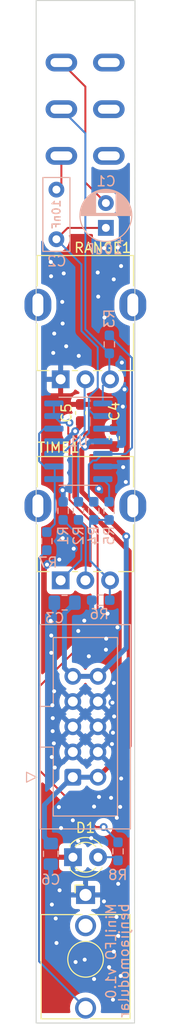
<source format=kicad_pcb>
(kicad_pcb (version 20211014) (generator pcbnew)
  (layers (0 "F.Cu" signal) (31 "B.Cu" signal) (34 "B.Paste" user) (35 "F.Paste" user) (36 "B.SilkS" user "B.Silkscreen") (37 "F.SilkS" user "F.Silkscreen") (38 "B.Mask" user) (39 "F.Mask" user) (44 "Edge.Cuts" user))
  (net 0 "")
  (net 1 "TRI")
  (net 2 "+12V")
  (net 3 "-12V")
  (net 4 "GND")
  (net 5 "Net-(D1-Pad2)")
  (net 6 "Net-(R7-Pad1)")
  (net 8 "Net-(C1-Pad1)")
  (net 9 "Net-(C1-Pad2)")
  (net 10 "Net-(C2-Pad2)")
  (net 11 "Net-(R1-Pad1)")
  (net 12 "Net-(R2-Pad1)")
  (net 13 "Net-(R3-Pad2)")
  (net 14 "Net-(R4-Pad2)")
  (net 15 "SQR")
  (net 16 "Net-(R7-Pad2)")
  (net 17 "Net-(R8-Pad2)")
  (net 18 "Net-(RANGE1-Pad2)")
  (footprint "benjiaomodular:Potentiometer_RV09" (layer "F.Cu") (at 162.7 118.5 90)
    (fp_text reference "TIME1" (at 13.375 -0.203 180) (layer "F.SilkS"))
    (fp_text value "B100k")
    (fp_line (start 9.41 7.37) (end 12.47 7.37) (layer "F.SilkS") (width 0.12))
    (fp_line (start 0.88 7.37) (end 0.88 5.88) (layer "F.SilkS") (width 0.12))
    (fp_line (start 0.88 -1.19) (end 0.88 -2.37) (layer "F.SilkS") (width 0.12))
    (fp_line (start 0.88 -2.38) (end 5.6 -2.38) (layer "F.SilkS") (width 0.12))
    (fp_line (start 9.41 -2.37) (end 12.47 -2.37) (layer "F.SilkS") (width 0.12))
    (fp_line (start 12.47 7.37) (end 12.47 -2.37) (layer "F.SilkS") (width 0.12))
    (fp_line (start 0.88 1.71) (end 0.88 1.18) (layer "F.SilkS") (width 0.12))
    (fp_line (start 0.88 4.16) (end 0.88 3.33) (layer "F.SilkS") (width 0.12))
    (fp_line (start 0.88 7.37) (end 5.6 7.37) (layer "F.SilkS") (width 0.12))
    (pad "" thru_hole oval locked (at 7.5 -2.3 180) (size 2.72 3.24) (drill oval 1.1 2.3) (layers *.Cu *.Mask))
    (pad "" thru_hole oval locked (at 7.5 7.3 180) (size 2.72 3.24) (drill oval 1.1 2.3) (layers *.Cu *.Mask))
    (pad "1" thru_hole rect locked (at 0 0 180) (size 1.8 1.8) (drill 1) (layers *.Cu *.Mask) (net 11 "Net-(R1-Pad1)"))
    (pad "2" thru_hole circle locked (at 0 2.5 180) (size 1.8 1.8) (drill 1) (layers *.Cu *.Mask) (net 12 "Net-(R2-Pad1)"))
    (pad "3" thru_hole circle locked (at 0 5 180) (size 1.8 1.8) (drill 1) (layers *.Cu *.Mask) (net 14 "Net-(R4-Pad2)"))
  )
  (footprint "benjiaomodular:Potentiometer_RV09" (layer "F.Cu") (at 162.7 98.25 90)
    (fp_text reference "RANGE1" (at 13.25 4.257 180) (layer "F.SilkS"))
    (fp_text value "B100k")
    (fp_line (start 9.41 7.37) (end 12.47 7.37) (layer "F.SilkS") (width 0.12))
    (fp_line (start 12.47 7.37) (end 12.47 -2.37) (layer "F.SilkS") (width 0.12))
    (fp_line (start 0.88 7.37) (end 5.6 7.37) (layer "F.SilkS") (width 0.12))
    (fp_line (start 0.88 -1.19) (end 0.88 -2.37) (layer "F.SilkS") (width 0.12))
    (fp_line (start 0.88 -2.38) (end 5.6 -2.38) (layer "F.SilkS") (width 0.12))
    (fp_line (start 0.88 4.16) (end 0.88 3.33) (layer "F.SilkS") (width 0.12))
    (fp_line (start 9.41 -2.37) (end 12.47 -2.37) (layer "F.SilkS") (width 0.12))
    (fp_line (start 0.88 7.37) (end 0.88 5.88) (layer "F.SilkS") (width 0.12))
    (fp_line (start 0.88 1.71) (end 0.88 1.18) (layer "F.SilkS") (width 0.12))
    (pad "" thru_hole oval locked (at 7.5 -2.3 180) (size 2.72 3.24) (drill oval 1.1 2.3) (layers *.Cu *.Mask))
    (pad "" thru_hole oval locked (at 7.5 7.3 180) (size 2.72 3.24) (drill oval 1.1 2.3) (layers *.Cu *.Mask))
    (pad "1" thru_hole rect locked (at 0 0 180) (size 1.8 1.8) (drill 1) (layers *.Cu *.Mask) (net 4 "GND"))
    (pad "2" thru_hole circle locked (at 0 2.5 180) (size 1.8 1.8) (drill 1) (layers *.Cu *.Mask) (net 18 "Net-(RANGE1-Pad2)"))
    (pad "3" thru_hole circle locked (at 0 5 180) (size 1.8 1.8) (drill 1) (layers *.Cu *.Mask) (net 1 "TRI"))
  )
  (footprint "benjiaomodular:AudioJack_3.5mm" (layer "F.Cu") (at 165.22 150.19)
    (fp_text reference "TRI_OUT1" hide)
    (fp_text value "AudioJack2_SwitchT" hide)
    (fp_line (start -0.35 1.98) (end -4.5 1.98) (layer "F.SilkS") (width 0.12))
    (fp_line (start 4.5 12.48) (end 0.5 12.48) (layer "F.SilkS") (width 0.12))
    (fp_line (start -1.06 -1) (end -1.06 -0.2) (layer "F.SilkS") (width 0.12))
    (fp_line (start -4.5 1.98) (end -4.5 12.48) (layer "F.SilkS") (width 0.12))
    (fp_line (start 4.5 1.98) (end 4.5 12.48) (layer "F.SilkS") (width 0.12))
    (fp_line (start 4.5 1.98) (end 0.35 1.98) (layer "F.SilkS") (width 0.12))
    (fp_line (start -1.06 -1) (end -0.2 -1) (layer "F.SilkS") (width 0.12))
    (fp_line (start -0.5 12.48) (end -4.5 12.48) (layer "F.SilkS") (width 0.12))
    (fp_circle (center 0 6.48) (end 1.8 6.48) (layer "F.SilkS") (width 0.12) (fill none))
    (pad "S" thru_hole rect locked (at 0 0 180) (size 1.93 1.83) (drill 1.22) (layers *.Cu *.Mask) (net 4 "GND"))
    (pad "T" thru_hole circle locked (at 0 11.4 180) (size 2.13 2.13) (drill 1.43) (layers *.Cu *.Mask) (net 6 "Net-(R7-Pad1)"))
    (pad "TN" thru_hole circle locked (at 0 3.1 180) (size 2.13 2.13) (drill 1.42) (layers *.Cu *.Mask))
  )
  (footprint "benjiaomodular:ToggleSwitch_MTS-202_DPDT" (layer "F.Cu") (at 165.173 71.04)
    (fp_text reference "RANGE_SW1" hide)
    (fp_text value "SW_DPDT_x2" hide)
    (pad "1" thru_hole oval (at -2.4 -4.7) (size 3.2 1.8) (drill oval 2.2 0.9) (layers *.Cu *.Mask) (net 9 "Net-(C1-Pad2)"))
    (pad "2" thru_hole oval (at -2.4 0) (size 3.2 1.8) (drill oval 2.2 0.9) (layers *.Cu *.Mask) (net 1 "TRI"))
    (pad "3" thru_hole oval (at -2.4 4.7) (size 3.2 1.8) (drill oval 2.2 0.9) (layers *.Cu *.Mask) (net 10 "Net-(C2-Pad2)"))
    (pad "4" thru_hole oval (at 2.4 -4.7) (size 3.2 1.8) (drill oval 2.2 0.9) (layers *.Cu *.Mask))
    (pad "5" thru_hole oval (at 2.4 0) (size 3.2 1.8) (drill oval 2.2 0.9) (layers *.Cu *.Mask))
    (pad "6" thru_hole oval (at 2.4 4.7) (size 3.2 1.8) (drill oval 2.2 0.9) (layers *.Cu *.Mask))
  )
  (footprint "Capacitor_SMD:C_0603_1608Metric_Pad1.08x0.95mm_HandSolder" (layer "F.Cu") (at 164.72 101.64 90)
    (fp_text reference "C5" (at 0 -1.43 90) (layer "F.SilkS"))
    (fp_text value "100nF")
    (fp_line (start -0.146267 -0.51) (end 0.146267 -0.51) (layer "F.SilkS") (width 0.12))
    (fp_line (start -0.146267 0.51) (end 0.146267 0.51) (layer "F.SilkS") (width 0.12))
    (pad "1" smd roundrect (at -0.8625 0 90) (size 1.075 0.95) (layers "F.Cu" "F.Paste" "F.Mask") (net 3 "-12V"))
    (pad "2" smd roundrect (at 0.8625 0 90) (size 1.075 0.95) (layers "F.Cu" "F.Paste" "F.Mask") (net 4 "GND"))
  )
  (footprint "Capacitor_SMD:C_0603_1608Metric_Pad1.08x0.95mm_HandSolder" (layer "F.Cu") (at 168.13 104.16 -90)
    (fp_text reference "C4" (at -2.68 0 90) (layer "F.SilkS"))
    (fp_text value "100nF")
    (fp_line (start -0.146267 0.51) (end 0.146267 0.51) (layer "F.SilkS") (width 0.12))
    (fp_line (start -0.146267 -0.51) (end 0.146267 -0.51) (layer "F.SilkS") (width 0.12))
    (pad "1" smd roundrect (at -0.8625 0 270) (size 1.075 0.95) (layers "F.Cu" "F.Paste" "F.Mask") (net 4 "GND"))
    (pad "2" smd roundrect (at 0.8625 0 270) (size 1.075 0.95) (layers "F.Cu" "F.Paste" "F.Mask") (net 2 "+12V"))
  )
  (footprint "LED_THT:LED_D3.0mm" (layer "F.Cu") (at 163.943 146.39)
    (fp_text reference "D1" (at 1.27 -2.96) (layer "F.SilkS"))
    (fp_text value "LED_Dual_Bidirectional")
    (fp_line (start -0.29 -1.236) (end -0.29 -1.08) (layer "F.SilkS") (width 0.12))
    (fp_line (start -0.29 1.08) (end -0.29 1.236) (layer "F.SilkS") (width 0.12))
    (fp_arc (start 2.31113 1.079837) (mid 1.270117 1.5) (end 0.229039 1.08) (layer "F.SilkS") (width 0.12))
    (fp_arc (start 0.229039 -1.08) (mid 1.270117 -1.5) (end 2.31113 -1.079837) (layer "F.SilkS") (width 0.12))
    (fp_arc (start 2.942335 1.078608) (mid 1.366487 1.987659) (end -0.29 1.235516) (layer "F.SilkS") (width 0.12))
    (fp_arc (start -0.29 -1.235516) (mid 1.366487 -1.987659) (end 2.942335 -1.078608) (layer "F.SilkS") (width 0.12))
    (pad "1" thru_hole rect (at 0 0) (size 1.8 1.8) (drill 0.9) (layers *.Cu *.Mask) (net 4 "GND"))
    (pad "2" thru_hole circle (at 2.54 0) (size 1.8 1.8) (drill 0.9) (layers *.Cu *.Mask) (net 5 "Net-(D1-Pad2)"))
  )
  (footprint "Capacitor_SMD:C_0805_2012Metric_Pad1.18x1.45mm_HandSolder" (layer "B.Cu") (at 163.1 120.75 180)
    (fp_text reference "C3" (at 1 -1.55) (layer "B.SilkS") (effects (justify mirror)))
    (fp_text value "22uF")
    (fp_line (start -0.261252 -0.735) (end 0.261252 -0.735) (layer "B.SilkS") (width 0.12))
    (fp_line (start -0.261252 0.735) (end 0.261252 0.735) (layer "B.SilkS") (width 0.12))
    (pad "1" smd roundrect (at -1.0375 0 180) (size 1.175 1.45) (layers "B.Cu" "B.Paste" "B.Mask") (roundrect_rratio 0.2127659574) (net 2 "+12V"))
    (pad "2" smd roundrect (at 1.0375 0 180) (size 1.175 1.45) (layers "B.Cu" "B.Paste" "B.Mask") (roundrect_rratio 0.2127659574) (net 4 "GND"))
  )
  (footprint "benjiaomodular:Capacitor_Radial_D5.0mm_P2.5mm" (layer "B.Cu") (at 167.273 82.993113 90)
    (fp_text reference "C1" (at 4.693113 0.027 180) (layer "B.SilkS") (effects (justify mirror)))
    (fp_text value "10uF" (at -2.140887 -0.141 180) (layer "B.SilkS") (effects (justify mirror)))
    (fp_line (start 3.011 -1.04) (end 3.011 -1.901) (layer "B.SilkS") (width 0.12))
    (fp_line (start 1.69 2.543) (end 1.69 1.04) (layer "B.SilkS") (width 0.12))
    (fp_line (start 2.651 -1.04) (end 2.651 -2.175) (layer "B.SilkS") (width 0.12))
    (fp_line (start 2.891 2.004) (end 2.891 1.04) (layer "B.SilkS") (width 0.12))
    (fp_line (start 2.091 -1.04) (end 2.091 -2.442) (layer "B.SilkS") (width 0.12))
    (fp_line (start 3.011 1.901) (end 3.011 1.04) (layer "B.SilkS") (width 0.12))
    (fp_line (start 3.571 1.178) (end 3.571 -1.178) (layer "B.SilkS") (width 0.12))
    (fp_line (start 3.691 0.915) (end 3.691 -0.915) (layer "B.SilkS") (width 0.12))
    (fp_line (start 1.49 -1.04) (end 1.49 -2.569) (layer "B.SilkS") (width 0.12))
    (fp_line (start 1.45 2.573) (end 1.45 -2.573) (layer "B.SilkS") (width 0.12))
    (fp_line (start 1.81 2.52) (end 1.81 1.04) (layer "B.SilkS") (width 0.12))
    (fp_line (start 2.131 -1.04) (end 2.131 -2.428) (layer "B.SilkS") (width 0.12))
    (fp_line (start 3.091 1.826) (end 3.091 1.04) (layer "B.SilkS") (width 0.12))
    (fp_line (start 3.811 0.518) (end 3.811 -0.518) (layer "B.SilkS") (width 0.12))
    (fp_line (start 2.371 -1.04) (end 2.371 -2.329) (layer "B.SilkS") (width 0.12))
    (fp_line (start 2.891 -1.04) (end 2.891 -2.004) (layer "B.SilkS") (width 0.12))
    (fp_line (start 2.211 -1.04) (end 2.211 -2.398) (layer "B.SilkS") (width 0.12))
    (fp_line (start 2.131 2.428) (end 2.131 1.04) (layer "B.SilkS") (width 0.12))
    (fp_line (start 2.571 -1.04) (end 2.571 -2.224) (layer "B.SilkS") (width 0.12))
    (fp_line (start 1.89 2.501) (end 1.89 1.04) (layer "B.SilkS") (width 0.12))
    (fp_line (start 2.811 -1.04) (end 2.811 -2.065) (layer "B.SilkS") (width 0.12))
    (fp_line (start 2.531 2.247) (end 2.531 1.04) (layer "B.SilkS") (width 0.12))
    (fp_line (start 2.451 2.29) (end 2.451 1.04) (layer "B.SilkS") (width 0.12))
    (fp_line (start 1.85 -1.04) (end 1.85 -2.511) (layer "B.SilkS") (width 0.12))
    (fp_line (start 2.051 2.455) (end 2.051 1.04) (layer "B.SilkS") (width 0.12))
    (fp_line (start 3.371 1.5) (end 3.371 1.04) (layer "B.SilkS") (width 0.12))
    (fp_line (start 2.491 -1.04) (end 2.491 -2.268) (layer "B.SilkS") (width 0.12))
    (fp_line (start 1.61 -1.04) (end 1.61 -2.556) (layer "B.SilkS") (width 0.12))
    (fp_line (start 3.731 0.805) (end 3.731 -0.805) (layer "B.SilkS") (width 0.12))
    (fp_line (start 2.171 -1.04) (end 2.171 -2.414) (layer "B.SilkS") (width 0.12))
    (fp_line (start 2.251 -1.04) (end 2.251 -2.382) (layer "B.SilkS") (width 0.12))
    (fp_line (start 3.331 1.554) (end 3.331 1.04) (layer "B.SilkS") (width 0.12))
    (fp_line (start 1.61 2.556) (end 1.61 1.04) (layer "B.SilkS") (width 0.12))
    (fp_line (start 3.211 -1.04) (end 3.211 -1.699) (layer "B.SilkS") (width 0.12))
    (fp_line (start 1.93 2.491) (end 1.93 1.04) (layer "B.SilkS") (width 0.12))
    (fp_line (start 3.131 1.785) (end 3.131 1.04) (layer "B.SilkS") (width 0.12))
    (fp_line (start 2.771 -1.04) (end 2.771 -2.095) (layer "B.SilkS") (width 0.12))
    (fp_line (start 3.291 -1.04) (end 3.291 -1.605) (layer "B.SilkS") (width 0.12))
    (fp_line (start 3.251 -1.04) (end 3.251 -1.653) (layer "B.SilkS") (width 0.12))
    (fp_line (start 3.451 1.383) (end 3.451 1.04) (layer "B.SilkS") (width 0.12))
    (fp_line (start 3.651 1.011) (end 3.651 -1.011) (layer "B.SilkS") (width 0.12))
    (fp_line (start 3.051 -1.04) (end 3.051 -1.864) (layer "B.SilkS") (width 0.12))
    (fp_line (start 1.89 -1.04) (end 1.89 -2.501) (layer "B.SilkS") (width 0.12))
    (fp_line (start 1.77 -1.04) (end 1.77 -2.528) (layer "B.SilkS") (width 0.12))
    (fp_line (start 3.331 -1.04) (end 3.331 -1.554) (layer "B.SilkS") (width 0.12))
    (fp_line (start 1.53 2.565) (end 1.53 1.04) (layer "B.SilkS") (width 0.12))
    (fp_line (start 1.73 2.536) (end 1.73 1.04) (layer "B.SilkS") (width 0.12))
    (fp_line (start 2.691 -1.04) (end 2.691 -2.149) (layer "B.SilkS") (width 0.12))
    (fp_line (start 3.611 1.098) (end 3.611 -1.098) (layer "B.SilkS") (width 0.12))
    (fp_line (start 3.091 -1.04) (end 3.091 -1.826) (layer "B.SilkS") (width 0.12))
    (fp_line (start 3.051 1.864) (end 3.051 1.04) (layer "B.SilkS") (width 0.12))
    (fp_line (start 2.731 -1.04) (end 2.731 -2.122) (layer "B.SilkS") (width 0.12))
    (fp_line (start 1.77 2.528) (end 1.77 1.04) (layer "B.SilkS") (width 0.12))
    (fp_line (start 2.251 2.382) (end 2.251 1.04) (layer "B.SilkS") (width 0.12))
    (fp_line (start 2.731 2.122) (end 2.731 1.04) (layer "B.SilkS") (width 0.12))
    (fp_line (start 3.531 -1.04) (end 3.531 -1.251) (layer "B.SilkS") (width 0.12))
    (fp_line (start 1.37 2.578) (end 1.37 -2.578) (layer "B.SilkS") (width 0.12))
    (fp_line (start 3.211 1.699) (end 3.211 1.04) (layer "B.SilkS") (width 0.12))
    (fp_line (start -1.554775 1.475) (end -1.054775 1.475) (layer "B.SilkS") (width 0.12))
    (fp_line (start 2.291 2.365) (end 2.291 1.04) (layer "B.SilkS") (width 0.12))
    (fp_line (start 2.371 2.329) (end 2.371 1.04) (layer "B.SilkS") (width 0.12))
    (fp_line (start 1.93 -1.04) (end 1.93 -2.491) (layer "B.SilkS") (width 0.12))
    (fp_line (start 2.611 2.2) (end 2.611 1.04) (layer "B.SilkS") (width 0.12))
    (fp_line (start 2.411 -1.04) (end 2.411 -2.31) (layer "B.SilkS") (width 0.12))
    (fp_line (start 2.291 -1.04) (end 2.291 -2.365) (layer "B.SilkS") (width 0.12))
    (fp_line (start 3.131 -1.04) (end 3.131 -1.785) (layer "B.SilkS") (width 0.12))
    (fp_line (start 2.331 -1.04) (end 2.331 -2.348) (layer "B.SilkS") (width 0.12))
    (fp_line (start 2.411 2.31) (end 2.411 1.04) (layer "B.SilkS") (width 0.12))
    (fp_line (start 2.771 2.095) (end 2.771 1.04) (layer "B.SilkS") (width 0.12))
    (fp_line (start 3.491 1.319) (end 3.491 1.04) (layer "B.SilkS") (width 0.12))
    (fp_line (start 2.851 -1.04) (end 2.851 -2.035) (layer "B.SilkS") (width 0.12))
    (fp_line (start 3.171 -1.04) (end 3.171 -1.743) (layer "B.SilkS") (width 0.12))
    (fp_line (start 2.011 2.468) (end 2.011 1.04) (layer "B.SilkS") (width 0.12))
    (fp_line (start 3.371 -1.04) (end 3.371 -1.5) (layer "B.SilkS") (width 0.12))
    (fp_line (start 3.851 0.284) (end 3.851 -0.284) (layer "B.SilkS") (width 0.12))
    (fp_line (start 2.851 2.035) (end 2.851 1.04) (layer "B.SilkS") (width 0.12))
    (fp_line (start -1.304775 1.725) (end -1.304775 1.225) (layer "B.SilkS") (width 0.12))
    (fp_line (start 1.971 2.48) (end 1.971 1.04) (layer "B.SilkS") (width 0.12))
    (fp_line (start 1.57 2.561) (end 1.57 1.04) (layer "B.SilkS") (width 0.12))
    (fp_line (start 2.691 2.149) (end 2.691 1.04) (layer "B.SilkS") (width 0.12))
    (fp_line (start 3.251 1.653) (end 3.251 1.04) (layer "B.SilkS") (width 0.12))
    (fp_line (start 1.29 2.58) (end 1.29 -2.58) (layer "B.SilkS") (width 0.12))
    (fp_line (start 1.33 2.579) (end 1.33 -2.579) (layer "B.SilkS") (width 0.12))
    (fp_line (start 2.451 -1.04) (end 2.451 -2.29) (layer "B.SilkS") (width 0.12))
    (fp_line (start 3.771 0.677) (end 3.771 -0.677) (layer "B.SilkS") (width 0.12))
    (fp_line (start 2.651 2.175) (end 2.651 1.04) (layer "B.SilkS") (width 0.12))
    (fp_line (start 3.451 -1.04) (end 3.451 -1.383) (layer "B.SilkS") (width 0.12))
    (fp_line (start 2.051 -1.04) (end 2.051 -2.455) (layer "B.SilkS") (width 0.12))
    (fp_line (start 1.81 -1.04) (end 1.81 -2.52) (layer "B.SilkS") (width 0.12))
    (fp_line (start 2.931 -1.04) (end 2.931 -1.971) (layer "B.SilkS") (width 0.12))
    (fp_line (start 2.011 -1.04) (end 2.011 -2.468) (layer "B.SilkS") (width 0.12))
    (fp_line (start 2.091 2.442) (end 2.091 1.04) (layer "B.SilkS") (width 0.12))
    (fp_line (start 1.69 -1.04) (end 1.69 -2.543) (layer "B.SilkS") (width 0.12))
    (fp_line (start 1.49 2.569) (end 1.49 1.04) (layer "B.SilkS") (width 0.12))
    (fp_line (start 2.971 1.937) (end 2.971 1.04) (layer "B.SilkS") (width 0.12))
    (fp_line (start 3.291 1.605) (end 3.291 1.04) (layer "B.SilkS") (width 0.12))
    (fp_line (start 2.211 2.398) (end 2.211 1.04) (layer "B.SilkS") (width 0.12))
    (fp_line (start 2.971 -1.04) (end 2.971 -1.937) (layer "B.SilkS") (width 0.12))
    (fp_line (start 2.571 2.224) (end 2.571 1.04) (layer "B.SilkS") (width 0.12))
    (fp_line (start 2.611 -1.04) (end 2.611 -2.2) (layer "B.SilkS") (width 0.12))
    (fp_line (start 1.41 2.576) (end 1.41 -2.576) (layer "B.SilkS") (width 0.12))
    (fp_line (start 2.331 2.348) (end 2.331 1.04) (layer "B.SilkS") (width 0.12))
    (fp_line (start 3.171 1.743) (end 3.171 1.04) (layer "B.SilkS") (width 0.12))
    (fp_line (start 1.25 2.58) (end 1.25 -2.58) (layer "B.SilkS") (width 0.12))
    (fp_line (start 1.971 -1.04) (end 1.971 -2.48) (layer "B.SilkS") (width 0.12))
    (fp_line (start 2.811 2.065) (end 2.811 1.04) (layer "B.SilkS") (width 0.12))
    (fp_line (start 1.57 -1.04) (end 1.57 -2.561) (layer "B.SilkS") (width 0.12))
    (fp_line (start 3.491 -1.04) (end 3.491 -1.319) (layer "B.SilkS") (width 0.12))
    (fp_line (start 3.531 1.251) (end 3.531 1.04) (layer "B.SilkS") (width 0.12))
    (fp_line (start 1.73 -1.04) (end 1.73 -2.536) (layer "B.SilkS") (width 0.12))
    (fp_line (start 2.491 2.268) (end 2.491 1.04) (layer "B.SilkS") (width 0.12))
    (fp_line (start 1.85 2.511) (end 1.85 1.04) (layer "B.SilkS") (width 0.12))
    (fp_line (start 1.65 -1.04) (end 1.65 -2.55) (layer "B.SilkS") (width 0.12))
    (fp_line (start 1.53 -1.04) (end 1.53 -2.565) (layer "B.SilkS") (width 0.12))
    (fp_line (start 2.531 -1.04) (end 2.531 -2.247) (layer "B.SilkS") (width 0.12))
    (fp_line (start 1.65 2.55) (end 1.65 1.04) (layer "B.SilkS") (width 0.12))
    (fp_line (start 3.411 -1.04) (end 3.411 -1.443) (layer "B.SilkS") (width 0.12))
    (fp_line (start 2.931 1.971) (end 2.931 1.04) (layer "B.SilkS") (width 0.12))
    (fp_line (start 3.411 1.443) (end 3.411 1.04) (layer "B.SilkS") (width 0.12))
    (fp_line (start 2.171 2.414) (end 2.171 1.04) (layer "B.SilkS") (width 0.12))
    (fp_circle (center 1.25 0) (end 3.87 0) (layer "B.SilkS") (width 0.12) (fill none))
    (pad "1" thru_hole rect locked (at 0 0 90) (size 1.6 1.6) (drill 0.8) (layers *.Cu *.Mask) (net 8 "Net-(C1-Pad1)"))
    (pad "2" thru_hole circle locked (at 2.5 0 90) (size 1.6 1.6) (drill 0.8) (layers *.Cu *.Mask) (net 9 "Net-(C1-Pad2)"))
  )
  (footprint "Resistor_SMD:R_0603_1608Metric_Pad0.98x0.95mm_HandSolder" (layer "B.Cu") (at 166.05 111.5 -90)
    (fp_text reference "R4" (at 2.5 0 90) (layer "B.SilkS") (effects (justify mirror)))
    (fp_text value "100k")
    (fp_line (start -0.254724 0.5225) (end 0.254724 0.5225) (layer "B.SilkS") (width 0.12))
    (fp_line (start -0.254724 -0.5225) (end 0.254724 -0.5225) (layer "B.SilkS") (width 0.12))
    (pad "1" smd roundrect (at -0.9125 0 270) (size 0.975 0.95) (layers "B.Cu" "B.Paste" "B.Mask") (net 13 "Net-(R3-Pad2)"))
    (pad "2" smd roundrect (at 0.9125 0 270) (size 0.975 0.95) (layers "B.Cu" "B.Paste" "B.Mask") (net 14 "Net-(R4-Pad2)"))
  )
  (footprint "Resistor_SMD:R_0603_1608Metric_Pad0.98x0.95mm_HandSolder" (layer "B.Cu") (at 164.5 111.5 90)
    (fp_text reference "R2" (at -2.5 0 90) (layer "B.SilkS") (effects (justify mirror)))
    (fp_text value "100k")
    (fp_line (start -0.254724 0.5225) (end 0.254724 0.5225) (layer "B.SilkS") (width 0.12))
    (fp_line (start -0.254724 -0.5225) (end 0.254724 -0.5225) (layer "B.SilkS") (width 0.12))
    (pad "1" smd roundrect (at -0.9125 0 90) (size 0.975 0.95) (layers "B.Cu" "B.Paste" "B.Mask") (net 12 "Net-(R2-Pad1)"))
    (pad "2" smd roundrect (at 0.9125 0 90) (size 0.975 0.95) (layers "B.Cu" "B.Paste" "B.Mask") (net 8 "Net-(C1-Pad1)"))
  )
  (footprint "Resistor_SMD:R_0603_1608Metric_Pad0.98x0.95mm_HandSolder" (layer "B.Cu") (at 167.625 94.725 90)
    (fp_text reference "R3" (at 2.6 0 90) (layer "B.SilkS") (effects (justify mirror)))
    (fp_text value "100k")
    (fp_line (start -0.254724 -0.5225) (end 0.254724 -0.5225) (layer "B.SilkS") (width 0.12))
    (fp_line (start -0.254724 0.5225) (end 0.254724 0.5225) (layer "B.SilkS") (width 0.12))
    (pad "1" smd roundrect (at -0.9125 0 90) (size 0.975 0.95) (layers "B.Cu" "B.Paste" "B.Mask") (net 1 "TRI"))
    (pad "2" smd roundrect (at 0.9125 0 90) (size 0.975 0.95) (layers "B.Cu" "B.Paste" "B.Mask") (net 13 "Net-(R3-Pad2)"))
  )
  (footprint "Package_SO:SOIC-14_3.9x8.7mm_P1.27mm" (layer "B.Cu") (at 164.49 104.49 180)
    (fp_text reference "U1" (at 0 -0.01) (layer "B.SilkS") (effects (justify mirror)))
    (fp_text value "TL074")
    (fp_line (start 0 4.435) (end 1.95 4.435) (layer "B.SilkS") (width 0.12))
    (fp_line (start 0 -4.435) (end 1.95 -4.435) (layer "B.SilkS") (width 0.12))
    (fp_line (start 0 4.435) (end -3.45 4.435) (layer "B.SilkS") (width 0.12))
    (fp_line (start 0 -4.435) (end -1.95 -4.435) (layer "B.SilkS") (width 0.12))
    (pad "1" smd roundrect (at -2.475 3.81 180) (size 1.95 0.6) (layers "B.Cu" "B.Paste" "B.Mask") (net 1 "TRI"))
    (pad "2" smd roundrect (at -2.475 2.54 180) (size 1.95 0.6) (layers "B.Cu" "B.Paste" "B.Mask") (net 8 "Net-(C1-Pad1)"))
    (pad "3" smd roundrect (at -2.475 1.27 180) (size 1.95 0.6) (layers "B.Cu" "B.Paste" "B.Mask") (net 4 "GND"))
    (pad "4" smd roundrect (at -2.475 0 180) (size 1.95 0.6) (layers "B.Cu" "B.Paste" "B.Mask") (net 2 "+12V"))
    (pad "5" smd roundrect (at -2.475 -1.27 180) (size 1.95 0.6) (layers "B.Cu" "B.Paste" "B.Mask") (net 13 "Net-(R3-Pad2)"))
    (pad "6" smd roundrect (at -2.475 -2.54 180) (size 1.95 0.6) (layers "B.Cu" "B.Paste" "B.Mask") (net 4 "GND"))
    (pad "7" smd roundrect (at -2.475 -3.81 180) (size 1.95 0.6) (layers "B.Cu" "B.Paste" "B.Mask") (net 15 "SQR"))
    (pad "8" smd roundrect (at 2.475 -3.81 180) (size 1.95 0.6) (layers "B.Cu" "B.Paste" "B.Mask") (net 16 "Net-(R7-Pad2)"))
    (pad "9" smd roundrect (at 2.475 -2.54 180) (size 1.95 0.6) (layers "B.Cu" "B.Paste" "B.Mask") (net 16 "Net-(R7-Pad2)"))
    (pad "10" smd roundrect (at 2.475 -1.27 180) (size 1.95 0.6) (layers "B.Cu" "B.Paste" "B.Mask") (net 18 "Net-(RANGE1-Pad2)"))
    (pad "11" smd roundrect (at 2.475 0 180) (size 1.95 0.6) (layers "B.Cu" "B.Paste" "B.Mask") (net 3 "-12V"))
    (pad "12" smd roundrect (at 2.475 1.27 180) (size 1.95 0.6) (layers "B.Cu" "B.Paste" "B.Mask") (net 16 "Net-(R7-Pad2)"))
    (pad "13" smd roundrect (at 2.475 2.54 180) (size 1.95 0.6) (layers "B.Cu" "B.Paste" "B.Mask") (net 17 "Net-(R8-Pad2)"))
    (pad "14" smd roundrect (at 2.475 3.81 180) (size 1.95 0.6) (layers "B.Cu" "B.Paste" "B.Mask") (net 17 "Net-(R8-Pad2)"))
  )
  (footprint "Resistor_SMD:R_0603_1608Metric_Pad0.98x0.95mm_HandSolder" (layer "B.Cu") (at 166.75 120.5)
    (fp_text reference "R6" (at -0.15 1.4) (layer "B.SilkS") (effects (justify mirror)))
    (fp_text value "10k")
    (fp_line (start -0.254724 0.5225) (end 0.254724 0.5225) (layer "B.SilkS") (width 0.12))
    (fp_line (start -0.254724 -0.5225) (end 0.254724 -0.5225) (layer "B.SilkS") (width 0.12))
    (pad "1" smd roundrect (at -0.9125 0) (size 0.975 0.95) (layers "B.Cu" "B.Paste" "B.Mask") (net 4 "GND"))
    (pad "2" smd roundrect (at 0.9125 0) (size 0.975 0.95) (layers "B.Cu" "B.Paste" "B.Mask") (net 14 "Net-(R4-Pad2)"))
  )
  (footprint "Capacitor_SMD:C_0805_2012Metric_Pad1.18x1.45mm_HandSolder" (layer "B.Cu") (at 161.7 146.05 90)
    (fp_text reference "C6" (at -2.6 0 180) (layer "B.SilkS") (effects (justify mirror)))
    (fp_text value "22uF")
    (fp_line (start -0.261252 0.735) (end 0.261252 0.735) (layer "B.SilkS") (width 0.12))
    (fp_line (start -0.261252 -0.735) (end 0.261252 -0.735) (layer "B.SilkS") (width 0.12))
    (pad "1" smd roundrect (at -1.0375 0 90) (size 1.175 1.45) (layers "B.Cu" "B.Paste" "B.Mask") (roundrect_rratio 0.2127659574) (net 4 "GND"))
    (pad "2" smd roundrect (at 1.0375 0 90) (size 1.175 1.45) (layers "B.Cu" "B.Paste" "B.Mask") (roundrect_rratio 0.2127659574) (net 3 "-12V"))
  )
  (footprint "Resistor_SMD:R_0603_1608Metric_Pad0.98x0.95mm_HandSolder" (layer "B.Cu") (at 167.6 111.5 -90)
    (fp_text reference "R5" (at 2.5 0 90) (layer "B.SilkS") (effects (justify mirror)))
    (fp_text value "4.7k")
    (fp_line (start -0.254724 -0.5225) (end 0.254724 -0.5225) (layer "B.SilkS") (width 0.12))
    (fp_line (start -0.254724 0.5225) (end 0.254724 0.5225) (layer "B.SilkS") (width 0.12))
    (pad "1" smd roundrect (at -0.9125 0 270) (size 0.975 0.95) (layers "B.Cu" "B.Paste" "B.Mask") (net 15 "SQR"))
    (pad "2" smd roundrect (at 0.9125 0 270) (size 0.975 0.95) (layers "B.Cu" "B.Paste" "B.Mask") (net 14 "Net-(R4-Pad2)"))
  )
  (footprint "Resistor_SMD:R_0603_1608Metric_Pad0.98x0.95mm_HandSolder" (layer "B.Cu") (at 168.5 145.8 90)
    (fp_text reference "R8" (at -2.375 -0.025 180) (layer "B.SilkS") (effects (justify mirror)))
    (fp_text value "1k")
    (fp_line (start -0.254724 0.5225) (end 0.254724 0.5225) (layer "B.SilkS") (width 0.12))
    (fp_line (start -0.254724 -0.5225) (end 0.254724 -0.5225) (layer "B.SilkS") (width 0.12))
    (pad "1" smd roundrect (at -0.9125 0 90) (size 0.975 0.95) (layers "B.Cu" "B.Paste" "B.Mask") (net 5 "Net-(D1-Pad2)"))
    (pad "2" smd roundrect (at 0.9125 0 90) (size 0.975 0.95) (layers "B.Cu" "B.Paste" "B.Mask") (net 17 "Net-(R8-Pad2)"))
  )
  (footprint "benjiaomodular:Capacitor_Rect_L7.2mm_W2.5mm_P5.00mm" (layer "B.Cu") (at 162.27 84.14 90)
    (fp_text reference "C2" (at -2.22 0.036 180) (layer "B.SilkS") (effects (justify mirror)))
    (fp_text value "10nF" (at 2.5 0 90) (layer "B.SilkS") (effects (font (size 0.8 0.8)) (justify mirror)))
    (fp_line (start 6.22 1.37) (end 6.22 -1.37) (layer "B.SilkS") (width 0.12))
    (fp_line (start -1.22 1.37) (end 6.22 1.37) (layer "B.SilkS") (width 0.12))
    (fp_line (start -1.22 -1.37) (end 6.22 -1.37) (layer "B.SilkS") (width 0.12))
    (fp_line (start -1.22 1.37) (end -1.22 -1.37) (layer "B.SilkS") (width 0.12))
    (pad "1" thru_hole circle locked (at 0 0 90) (size 1.6 1.6) (drill 0.8) (layers *.Cu *.Mask) (net 8 "Net-(C1-Pad1)"))
    (pad "2" thru_hole circle locked (at 5 0 90) (size 1.6 1.6) (drill 0.8) (layers *.Cu *.Mask) (net 10 "Net-(C2-Pad2)"))
  )
  (footprint "Resistor_SMD:R_0603_1608Metric_Pad0.98x0.95mm_HandSolder" (layer "B.Cu") (at 162.95 111.5 90)
    (fp_text reference "R1" (at -2.5 0 90) (layer "B.SilkS") (effects (justify mirror)))
    (fp_text value "470")
    (fp_line (start -0.254724 0.5225) (end 0.254724 0.5225) (layer "B.SilkS") (width 0.12))
    (fp_line (start -0.254724 -0.5225) (end 0.254724 -0.5225) (layer "B.SilkS") (width 0.12))
    (pad "1" smd roundrect (at -0.9125 0 90) (size 0.975 0.95) (layers "B.Cu" "B.Paste" "B.Mask") (net 11 "Net-(R1-Pad1)"))
    (pad "2" smd roundrect (at 0.9125 0 90) (size 0.975 0.95) (layers "B.Cu" "B.Paste" "B.Mask") (net 4 "GND"))
  )
  (footprint "Resistor_SMD:R_0603_1608Metric_Pad0.98x0.95mm_HandSolder" (layer "B.Cu") (at 161.3 114.55 90)
    (fp_text reference "R7" (at -2.15 0.1) (layer "B.SilkS") (effects (justify mirror)))
    (fp_text value "1k")
    (fp_line (start -0.254724 0.5225) (end 0.254724 0.5225) (layer "B.SilkS") (width 0.12))
    (fp_line (start -0.254724 -0.5225) (end 0.254724 -0.5225) (layer "B.SilkS") (width 0.12))
    (pad "1" smd roundrect (at -0.9125 0 90) (size 0.975 0.95) (layers "B.Cu" "B.Paste" "B.Mask") (net 6 "Net-(R7-Pad1)"))
    (pad "2" smd roundrect (at 0.9125 0 90) (size 0.975 0.95) (layers "B.Cu" "B.Paste" "B.Mask") (net 16 "Net-(R7-Pad2)"))
  )
  (footprint "Connector_IDC:IDC-Header_2x05_P2.54mm_Vertical" (layer "B.Cu") (at 163.93 138.33)
    (fp_text reference "J1" hide)
    (fp_text value "IDC_2x05")
    (fp_line (start -3.29 -3.03) (end -1.98 -3.03) (layer "B.SilkS") (width 0.12))
    (fp_line (start -4.68 -0.5) (end -3.68 0) (layer "B.SilkS") (width 0.12))
    (fp_line (start -1.98 -14.07) (end -1.98 -7.13) (layer "B.SilkS") (width 0.12))
    (fp_line (start 4.52 -14.07) (end -1.98 -14.07) (layer "B.SilkS") (width 0.12))
    (fp_line (start 4.52 3.91) (end 4.52 -14.07) (layer "B.SilkS") (width 0.12))
    (fp_line (start 5.83 5.21) (end 5.83 -15.37) (layer "B.SilkS") (width 0.12))
    (fp_line (start -3.29 5.21) (end 5.83 5.21) (layer "B.SilkS") (width 0.12))
    (fp_line (start -1.98 -7.13) (end -1.98 -7.13) (layer "B.SilkS") (width 0.12))
    (fp_line (start -1.98 3.91) (end 4.52 3.91) (layer "B.SilkS") (width 0.12))
    (fp_line (start -4.68 0.5) (end -4.68 -0.5) (layer "B.SilkS") (width 0.12))
    (fp_line (start -1.98 -7.13) (end -3.29 -7.13) (layer "B.SilkS") (width 0.12))
    (fp_line (start 5.83 -15.37) (end -3.29 -15.37) (layer "B.SilkS") (width 0.12))
    (fp_line (start -3.29 -15.37) (end -3.29 5.21) (layer "B.SilkS") (width 0.12))
    (fp_line (start -3.68 0) (end -4.68 0.5) (layer "B.SilkS") (width 0.12))
    (fp_line (start -1.98 -3.03) (end -1.98 3.91) (layer "B.SilkS") (width 0.12))
    (pad "1" thru_hole roundrect (at 0 0) (size 1.7 1.7) (drill 1) (layers *.Cu *.Mask) (roundrect_rratio 0.1470588235) (net 3 "-12V"))
    (pad "2" thru_hole circle (at 2.54 0) (size 1.7 1.7) (drill 1) (layers *.Cu *.Mask) (net 3 "-12V"))
    (pad "3" thru_hole circle (at 0 -2.54) (size 1.7 1.7) (drill 1) (layers *.Cu *.Mask) (net 4 "GND"))
    (pad "4" thru_hole circle (at 2.54 -2.54) (size 1.7 1.7) (drill 1) (layers *.Cu *.Mask) (net 4 "GND"))
    (pad "5" thru_hole circle (at 0 -5.08) (size 1.7 1.7) (drill 1) (layers *.Cu *.Mask) (net 4 "GND"))
    (pad "6" thru_hole circle (at 2.54 -5.08) (size 1.7 1.7) (drill 1) (layers *.Cu *.Mask) (net 4 "GND"))
    (pad "7" thru_hole circle (at 0 -7.62) (size 1.7 1.7) (drill 1) (layers *.Cu *.Mask) (net 4 "GND"))
    (pad "8" thru_hole circle (at 2.54 -7.62) (size 1.7 1.7) (drill 1) (layers *.Cu *.Mask) (net 4 "GND"))
    (pad "9" thru_hole circle (at 0 -10.16) (size 1.7 1.7) (drill 1) (layers *.Cu *.Mask) (net 2 "+12V"))
    (pad "10" thru_hole circle (at 2.54 -10.16) (size 1.7 1.7) (drill 1) (layers *.Cu *.Mask) (net 2 "+12V"))
  )
  (gr_line (start 160.22 163.09) (end 160.22 60.09) (layer "Edge.Cuts") (width 0.1))
  (gr_line (start 170.22 60.09) (end 170.17 163.09) (layer "Edge.Cuts") (width 0.1))
  (gr_line (start 160.22 60.09) (end 170.22 60.09) (layer "Edge.Cuts") (width 0.1))
  (gr_line (start 170.17 163.09) (end 160.22 163.09) (layer "Edge.Cuts") (width 0.1))
  (gr_text "benjiaomodular" (at 169.1 156.8 90) (layer "B.SilkS") (effects (font (size 1 1)) (justify mirror)))
  (gr_text "MiniLFO v1.0" (at 167.8 155.85 90) (layer "B.SilkS") (effects (font (size 1 1)) (justify mirror)))
  (segment (start 167.623 95.6395) (end 167.623 98.25) (width 0.2) (layer "B.Cu") (net 1))
  (segment (start 166.965 98.908) (end 166.965 100.68) (width 0.2) (layer "B.Cu") (net 1))
  (segment (start 165.2 93.2125) (end 167.625 95.6375) (width 0.2) (layer "B.Cu") (net 1))
  (segment (start 167.623 98.25) (end 166.965 98.908) (width 0.2) (layer "B.Cu") (net 1))
  (segment (start 165.2 73.467) (end 165.2 93.2125) (width 0.2) (layer "B.Cu") (net 1))
  (segment (start 162.773 71.04) (end 165.2 73.467) (width 0.2) (layer "B.Cu") (net 1))
  (segment (start 167.625 95.6375) (end 167.623 95.6395) (width 0.2) (layer "B.Cu") (net 1))
  (segment (start 164.84 109.578406) (end 164.84 105.35) (width 0.5) (layer "F.Cu") (net 2))
  (segment (start 168.1225 105.03) (end 165.16 105.03) (width 0.5) (layer "F.Cu") (net 2))
  (segment (start 164.84 105.35) (end 165.16 105.03) (width 0.5) (layer "F.Cu") (net 2))
  (segment (start 169.330797 114.069203) (end 164.84 109.578406) (width 0.5) (layer "F.Cu") (net 2))
  (segment (start 168.13 105.0225) (end 168.1225 105.03) (width 0.5) (layer "F.Cu") (net 2))
  (via (at 165.16 105.03) (size 0.8) (drill 0.4) (layers "F.Cu" "B.Cu") (net 2))
  (via (at 169.330797 114.069203) (size 0.8) (drill 0.4) (layers "F.Cu" "B.Cu") (net 2))
  (segment (start 164.1375 120.75) (end 163.08 121.8075) (width 0.5) (layer "B.Cu") (net 2))
  (segment (start 163.08 127.32) (end 163.93 128.17) (width 0.5) (layer "B.Cu") (net 2))
  (segment (start 163.93 128.17) (end 166.47 128.17) (width 0.5) (layer "B.Cu") (net 2))
  (segment (start 163.08 121.8075) (end 163.08 127.32) (width 0.5) (layer "B.Cu") (net 2))
  (segment (start 169.330797 125.309203) (end 169.330797 114.069203) (width 0.5) (layer "B.Cu") (net 2))
  (segment (start 165.69 104.5) (end 165.16 105.03) (width 0.5) (layer "B.Cu") (net 2))
  (segment (start 166.96 104.5) (end 165.69 104.5) (width 0.5) (layer "B.Cu") (net 2))
  (segment (start 166.47 128.17) (end 169.330797 125.309203) (width 0.5) (layer "B.Cu") (net 2))
  (segment (start 164.72 102.5025) (end 164.72 102.926533) (width 0.5) (layer "F.Cu") (net 3))
  (segment (start 169.629501 115.569501) (end 164.140499 110.080499) (width 0.5) (layer "F.Cu") (net 3))
  (segment (start 166.47 138.33) (end 169.629501 135.170499) (width 0.5) (layer "F.Cu") (net 3))
  (segment (start 169.629501 135.170499) (end 169.629501 115.569501) (width 0.5) (layer "F.Cu") (net 3))
  (segment (start 164.140499 110.080499) (end 164.140499 103.506034) (width 0.5) (layer "F.Cu") (net 3))
  (segment (start 164.140499 103.506034) (end 164.170422 103.476111) (width 0.5) (layer "F.Cu") (net 3))
  (segment (start 164.72 102.926533) (end 164.170422 103.476111) (width 0.5) (layer "F.Cu") (net 3))
  (via (at 164.170422 103.476111) (size 0.8) (drill 0.4) (layers "F.Cu" "B.Cu") (net 3))
  (segment (start 162.015 104.49) (end 163.156533 104.49) (width 0.5) (layer "B.Cu") (net 3))
  (segment (start 166.47 138.33) (end 163.93 138.33) (width 0.5) (layer "B.Cu") (net 3))
  (segment (start 163.845 138.33) (end 161.06 141.115) (width 0.5) (layer "B.Cu") (net 3))
  (segment (start 161.06 141.115) (end 161.06 144.3725) (width 0.5) (layer "B.Cu") (net 3))
  (segment (start 161.06 144.3725) (end 161.7 145.0125) (width 0.5) (layer "B.Cu") (net 3))
  (segment (start 163.93 138.33) (end 163.845 138.33) (width 0.5) (layer "B.Cu") (net 3))
  (segment (start 163.156533 104.49) (end 164.170422 103.476111) (width 0.5) (layer "B.Cu") (net 3))
  (via (at 168.44533 123.233914) (size 0.8) (drill 0.4) (layers "F.Cu" "B.Cu") (net 4))
  (via (at 168.35 152.41) (size 0.8) (drill 0.4) (layers "F.Cu" "B.Cu") (net 4))
  (via (at 163.26 94.92) (size 0.8) (drill 0.4) (layers "F.Cu" "B.Cu") (net 4))
  (via (at 163.01 87.58) (size 0.8) (drill 0.4) (layers "F.Cu" "B.Cu") (net 4))
  (via (at 168.11 132.21) (size 0.8) (drill 0.4) (layers "F.Cu" "B.Cu") (net 4))
  (via (at 162.86 90.45) (size 0.8) (drill 0.4) (layers "F.Cu" "B.Cu") (net 4))
  (via (at 162.04 129.67) (size 0.8) (drill 0.4) (layers "F.Cu" "B.Cu") (net 4))
  (via (at 166.08 141.29) (size 0.8) (drill 0.4) (layers "F.Cu" "B.Cu") (net 4))
  (via (at 162.01 134.92) (size 0.8) (drill 0.4) (layers "F.Cu" "B.Cu") (net 4))
  (via (at 164.48 123.6) (size 0.8) (drill 0.4) (layers "F.Cu" "B.Cu") (net 4))
  (via (at 162.2 152.56) (size 0.8) (drill 0.4) (layers "F.Cu" "B.Cu") (net 4))
  (via (at 162.91 114.25) (size 0.8) (drill 0.4) (layers "F.Cu" "B.Cu") (net 4))
  (via (at 169.16 99.26) (size 0.8) (drill 0.4) (layers "F.Cu" "B.Cu") (net 4))
  (via (at 165.79 144.47) (size 0.8) (drill 0.4) (layers "F.Cu" "B.Cu") (net 4))
  (via (at 161.89 133.69) (size 0.8) (drill 0.4) (layers "F.Cu" "B.Cu") (net 4))
  (via (at 164.21 156.95) (size 0.8) (drill 0.4) (layers "F.Cu" "B.Cu") (net 4))
  (via (at 168.82 138.46) (size 0.8) (drill 0.4) (layers "F.Cu" "B.Cu") (net 4))
  (via (at 162.891498 109.42) (size 0.8) (drill 0.4) (layers "F.Cu" "B.Cu") (net 4))
  (via (at 168.08 155.9) (size 0.8) (drill 0.4) (layers "F.Cu" "B.Cu") (net 4))
  (via (at 162.28 155.03) (size 0.8) (drill 0.4) (layers "F.Cu" "B.Cu") (net 4))
  (via (at 169.29 108.59) (size 0.8) (drill 0.4) (layers "F.Cu" "B.Cu") (net 4))
  (via (at 165.09 122.56) (size 0.8) (drill 0.4) (layers "F.Cu" "B.Cu") (net 4))
  (via (at 167.28 125.49) (size 0.8) (drill 0.4) (layers "F.Cu" "B.Cu") (net 4))
  (via (at 168.89 96.56) (size 0.8) (drill 0.4) (layers "F.Cu" "B.Cu") (net 4))
  (via (at 166.45 87.49) (size 0.8) (drill 0.4) (layers "F.Cu" "B.Cu") (net 4))
  (via (at 161.86 131.08) (size 0.8) (drill 0.4) (layers "F.Cu" "B.Cu") (net 4))
  (via (at 165.55 126.15) (size 0.8) (drill 0.4) (layers "F.Cu" "B.Cu") (net 4))
  (via (at 167.6 157.47) (size 0.8) (drill 0.4) (layers "F.Cu" "B.Cu") (net 4))
  (via (at 161.95 95.59) (size 0.8) (drill 0.4) (layers "F.Cu" "B.Cu") (net 4))
  (via (at 161.32 116.92) (size 0.8) (drill 0.4) (layers "F.Cu" "B.Cu") (net 4))
  (via (at 164.02 115.31) (size 0.8) (drill 0.4) (layers "F.Cu" "B.Cu") (net 4))
  (via (at 161.7 86.43) (size 0.8) (drill 0.4) (layers "F.Cu" "B.Cu") (net 4))
  (via (at 163.93 142.67) (size 0.8) (drill 0.4) (layers "F.Cu" "B.Cu") (net 4))
  (via (at 162.9 92.63) (size 0.8) (drill 0.4) (layers "F.Cu" "B.Cu") (net 4))
  (via (at 161.73 87.87) (size 0.8) (drill 0.4) (layers "F.Cu" "B.Cu") (net 4))
  (via (at 162.1 137.36) (size 0.8) (drill 0.4) (layers "F.Cu" "B.Cu") (net 4))
  (via (at 168.07 88.18) (size 0.8) (drill 0.4) (layers "F.Cu" "B.Cu") (net 4))
  (via (at 168.38 142.42) (size 0.8) (drill 0.4) (layers "F.Cu" "B.Cu") (net 4))
  (via (at 161.75 125.8) (size 0.8) (drill 0.4) (layers "F.Cu" "B.Cu") (net 4))
  (via (at 162.74 143.4495) (size 0.8) (drill 0.4) (layers "F.Cu" "B.Cu") (net 4))
  (via (at 168.99 101) (size 0.8) (drill 0.4) (layers "F.Cu" "B.Cu") (net 4))
  (via (at 167.94 130.82) (size 0.8) (drill 0.4) (layers "F.Cu" "B.Cu") (net 4))
  (via (at 167.8 140.41) (size 0.8) (drill 0.4) (layers "F.Cu" "B.Cu") (net 4))
  (via (at 168.52 154.31) (size 0.8) (drill 0.4) (layers "F.Cu" "B.Cu") (net 4))
  (via (at 167.09 85.03) (size 0.8) (drill 0.4) (layers "F.Cu" "B.Cu") (net 4))
  (via (at 166.08 158.66) (size 0.8) (drill 0.4) (layers "F.Cu" "B.Cu") (net 4))
  (via (at 162.56 116.41) (size 0.8) (drill 0.4) (layers "F.Cu" "B.Cu") (net 4))
  (via (at 167.08 150.84) (size 0.8) (drill 0.4) (layers "F.Cu" "B.Cu") (net 4))
  (via (at 168.72 141.32) (size 0.8) (drill 0.4) (layers "F.Cu" "B.Cu") (net 4))
  (via (at 167.99 133.85) (size 0.8) (drill 0.4) (layers "F.Cu" "B.Cu") (net 4))
  (via (at 161.75 124.06) (size 0.8) (drill 0.4) (layers "F.Cu" "B.Cu") (net 4))
  (via (at 167.45 121.85) (size 0.8) (drill 0.4) (layers "F.Cu" "B.Cu") (net 4))
  (via (at 166.579027 140.319474) (size 0.8) (drill 0.4) (layers "F.Cu" "B.Cu") (net 4))
  (via (at 167.13 92.03) (size 0.8) (drill 0.4) (layers "F.Cu" "B.Cu") (net 4))
  (via (at 161.8 136.3) (size 0.8) (drill 0.4) (layers "F.Cu" "B.Cu") (net 4))
  (via (at 162.59 149.72) (size 0.8) (drill 0.4) (layers "F.Cu" "B.Cu") (net 4))
  (via (at 167.89 134.99) (size 0.8) (drill 0.4) (layers "F.Cu" "B.Cu") (net 4))
  (via (at 169.02 107.1) (size 0.8) (drill 0.4) (layers "F.Cu" "B.Cu") (net 4))
  (via (at 164.466779 144.756779) (size 0.8) (drill 0.4) (layers "F.Cu" "B.Cu") (net 4))
  (via (at 161.9 132.38) (size 0.8) (drill 0.4) (layers "F.Cu" "B.Cu") (net 4))
  (via (at 164.5305 95.89) (size 0.8) (drill 0.4) (layers "F.Cu" "B.Cu") (net 4))
  (via (at 162.52 141.34) (size 0.8) (drill 0.4) (layers "F.Cu" "B.Cu") (net 4))
  (via (at 166.56 109.27) (size 0.8) (drill 0.4) (layers "F.Cu" "B.Cu") (net 4))
  (via (at 168.48 84.97) (size 0.8) (drill 0.4) (layers "F.Cu" "B.Cu") (net 4))
  (via (at 168.08 128.84) (size 0.8) (drill 0.4) (layers "F.Cu" "B.Cu") (net 4))
  (via (at 161.81 151.16) (size 0.8) (drill 0.4) (layers "F.Cu" "B.Cu") (net 4))
  (via (at 167.99 160.74) (size 0.8) (drill 0.4) (layers "F.Cu" "B.Cu") (net 4))
  (via (at 162.05 93.64) (size 0.8) (drill 0.4) (layers "F.Cu" "B.Cu") (net 4))
  (via (at 166.5 89.92) (size 0.8) (drill 0.4) (layers "F.Cu" "B.Cu") (net 4))
  (via (at 168.81 86.84) (size 0.8) (drill 0.4) (layers "F.Cu" "B.Cu") (net 4))
  (via (at 167.304372 124.374872) (size 0.8) (drill 0.4) (layers "F.Cu" "B.Cu") (net 4))
  (via (at 168.52 149.07) (size 0.8) (drill 0.4) (layers "F.Cu" "B.Cu") (net 4))
  (via (at 165.13 156.71) (size 0.8) (drill 0.4) (layers "F.Cu" "B.Cu") (net 4))
  (via (at 168.77 158.35) (size 0.8) (drill 0.4) (layers "F.Cu" "B.Cu") (net 4))
  (via (at 161.69 122.58) (size 0.8) (drill 0.4) (layers "F.Cu" "B.Cu") (net 4))
  (segment (start 168.5 146.7125) (end 168.1775 146.39) (width 0.2) (layer "B.Cu") (net 5))
  (segment (start 168.1775 146.39) (end 166.483 146.39) (width 0.2) (layer "B.Cu") (net 5))
  (segment (start 161.3 115.4625) (end 160.51 116.2525) (width 0.2) (layer "B.Cu") (net 6))
  (segment (start 160.51 156.88) (end 165.22 161.59) (width 0.2) (layer "B.Cu") (net 6))
  (segment (start 160.51 116.2525) (end 160.51 156.88) (width 0.2) (layer "B.Cu") (net 6))
  (segment (start 167.266113 83) (end 163.41 83) (width 0.2) (layer "F.Cu") (net 8))
  (segment (start 163.41 83) (end 162.27 84.14) (width 0.2) (layer "F.Cu") (net 8))
  (segment (start 167.273 82.993113) (end 167.266113 83) (width 0.2) (layer "F.Cu") (net 8))
  (segment (start 164.4605 104.740257) (end 164.4605 110.548) (width 0.2) (layer "B.Cu") (net 8))
  (segment (start 162.27 84.14) (end 164.8 86.67) (width 0.2) (layer "B.Cu") (net 8))
  (segment (start 164.8 86.67) (end 164.8 93.37748) (width 0.2) (layer "B.Cu") (net 8))
  (segment (start 165.56 103.640757) (end 164.4605 104.740257) (width 0.2) (layer "B.Cu") (net 8))
  (segment (start 166.18 101.95) (end 165.56 101.33) (width 0.2) (layer "B.Cu") (net 8))
  (segment (start 165.56 101.33) (end 165.56 103.640757) (width 0.2) (layer "B.Cu") (net 8))
  (segment (start 166.45 95.02748) (end 166.45 99.14) (width 0.2) (layer "B.Cu") (net 8))
  (segment (start 164.4605 110.548) (end 164.5 110.5875) (width 0.2) (layer "B.Cu") (net 8))
  (segment (start 166.45 99.14) (end 165.56 100.03) (width 0.2) (layer "B.Cu") (net 8))
  (segment (start 164.8 93.37748) (end 166.45 95.02748) (width 0.2) (layer "B.Cu") (net 8))
  (segment (start 166.965 101.95) (end 166.18 101.95) (width 0.2) (layer "B.Cu") (net 8))
  (segment (start 165.56 100.03) (end 165.56 101.33) (width 0.2) (layer "B.Cu") (net 8))
  (segment (start 165.2 78.420113) (end 165.2 68.767) (width 0.2) (layer "F.Cu") (net 9))
  (segment (start 167.273 80.493113) (end 165.2 78.420113) (width 0.2) (layer "F.Cu") (net 9))
  (segment (start 165.2 68.767) (end 162.773 66.34) (width 0.2) (layer "F.Cu") (net 9))
  (segment (start 162.773 75.74) (end 162.773 78.637) (width 0.2) (layer "F.Cu") (net 10))
  (segment (start 162.773 78.637) (end 162.27 79.14) (width 0.2) (layer "F.Cu") (net 10))
  (segment (start 164.79 114.2525) (end 164.79 116.398) (width 0.2) (layer "B.Cu") (net 11))
  (segment (start 162.95 112.4125) (end 164.79 114.2525) (width 0.2) (layer "B.Cu") (net 11))
  (segment (start 164.79 116.398) (end 162.673 118.515) (width 0.2) (layer "B.Cu") (net 11))
  (segment (start 164.5 112.4125) (end 165.23 113.1425) (width 0.2) (layer "B.Cu") (net 12))
  (segment (start 165.23 113.1425) (end 165.23 118.458) (width 0.2) (layer "B.Cu") (net 12))
  (segment (start 165.23 118.458) (end 165.173 118.515) (width 0.2) (layer "B.Cu") (net 12))
  (segment (start 169.925 105.125) (end 169.28 105.77) (width 0.2) (layer "B.Cu") (net 13))
  (segment (start 165.55 106.833604) (end 165.55 110.0875) (width 0.2) (layer "B.Cu") (net 13))
  (segment (start 166.295 106.43) (end 165.953604 106.43) (width 0.2) (layer "B.Cu") (net 13))
  (segment (start 166.965 105.76) (end 166.295 106.43) (width 0.2) (layer "B.Cu") (net 13))
  (segment (start 169.925 96.1125) (end 169.925 105.125) (width 0.2) (layer "B.Cu") (net 13))
  (segment (start 167.625 93.8125) (end 169.925 96.1125) (width 0.2) (layer "B.Cu") (net 13))
  (segment (start 165.55 110.0875) (end 166.05 110.5875) (width 0.2) (layer "B.Cu") (net 13))
  (segment (start 166.975 105.77) (end 166.965 105.76) (width 0.2) (layer "B.Cu") (net 13))
  (segment (start 169.28 105.77) (end 166.975 105.77) (width 0.2) (layer "B.Cu") (net 13))
  (segment (start 165.953604 106.43) (end 165.55 106.833604) (width 0.2) (layer "B.Cu") (net 13))
  (segment (start 165.67 112.7925) (end 165.67 116.512) (width 0.2) (layer "B.Cu") (net 14))
  (segment (start 167.673 120.4895) (end 167.6625 120.5) (width 0.2) (layer "B.Cu") (net 14))
  (segment (start 165.67 116.512) (end 167.673 118.515) (width 0.2) (layer "B.Cu") (net 14))
  (segment (start 167.673 118.515) (end 167.673 120.4895) (width 0.2) (layer "B.Cu") (net 14))
  (segment (start 166.05 112.4125) (end 167.6 112.4125) (width 0.2) (layer "B.Cu") (net 14))
  (segment (start 166.05 112.4125) (end 165.67 112.7925) (width 0.2) (layer "B.Cu") (net 14))
  (segment (start 166.965 108.3) (end 167.6 108.935) (width 0.2) (layer "B.Cu") (net 15))
  (segment (start 167.6 108.935) (end 167.6 110.5875) (width 0.2) (layer "B.Cu") (net 15))
  (segment (start 162.1 107.04) (end 161.07 107.04) (width 0.2) (layer "B.Cu") (net 16))
  (segment (start 161.3 113.6375) (end 162.1 112.8375) (width 0.2) (layer "B.Cu") (net 16))
  (segment (start 161.07 107.04) (end 160.52 106.49) (width 0.2) (layer "B.Cu") (net 16))
  (segment (start 160.52 103.73) (end 161.03 103.22) (width 0.2) (layer "B.Cu") (net 16))
  (segment (start 161.03 103.22) (end 162.015 103.22) (width 0.2) (layer "B.Cu") (net 16))
  (segment (start 162.1 112.8375) (end 162.1 107.04) (width 0.2) (layer "B.Cu") (net 16))
  (segment (start 160.52 106.49) (end 160.52 103.73) (width 0.2) (layer "B.Cu") (net 16))
  (segment (start 163.590998 103.88593) (end 163.470922 103.765854) (width 0.2) (layer "F.Cu") (net 17))
  (segment (start 166.44 113.23) (end 163.590998 110.380998) (width 0.2) (layer "F.Cu") (net 17))
  (segment (start 167.05 143.35) (end 166.27 143.35) (width 0.2) (layer "F.Cu") (net 17))
  (segment (start 160.55 137.63) (end 160.55 129.19) (width 0.2) (layer "F.Cu") (net 17))
  (segment (start 166.44 123.3) (end 166.44 113.23) (width 0.2) (layer "F.Cu") (net 17))
  (segment (start 163.470922 103.765854) (end 163.470922 102.739078) (width 0.2) (layer "F.Cu") (net 17))
  (segment (start 160.55 129.19) (end 166.44 123.3) (width 0.2) (layer "F.Cu") (net 17))
  (segment (start 166.27 143.35) (end 160.55 137.63) (width 0.2) (layer "F.Cu") (net 17))
  (segment (start 163.470922 102.739078) (end 163.59 102.62) (width 0.2) (layer "F.Cu") (net 17))
  (segment (start 163.590998 110.380998) (end 163.590998 103.88593) (width 0.2) (layer "F.Cu") (net 17))
  (via (at 163.59 102.62) (size 0.8) (drill 0.4) (layers "F.Cu" "B.Cu") (net 17))
  (via (at 167.05 143.35) (size 0.8) (drill 0.4) (layers "F.Cu" "B.Cu") (net 17))
  (segment (start 163.59 102.62) (end 162.685 102.62) (width 0.2) (layer "B.Cu") (net 17))
  (segment (start 167.05 143.35) (end 168.5 144.8) (width 0.2) (layer "B.Cu") (net 17))
  (segment (start 162.015 100.68) (end 162.015 101.95) (width 0.2) (layer "B.Cu") (net 17))
  (segment (start 168.5 144.8) (end 168.5 144.8875) (width 0.2) (layer "B.Cu") (net 17))
  (segment (start 162.685 102.62) (end 162.015 101.95) (width 0.2) (layer "B.Cu") (net 17))
  (segment (start 165.123 103.512777) (end 162.875777 105.76) (width 0.2) (layer "B.Cu") (net 18))
  (segment (start 165.123 98.25) (end 165.123 103.512777) (width 0.2) (layer "B.Cu") (net 18))
  (segment (start 162.875777 105.76) (end 162.015 105.76) (width 0.2) (layer "B.Cu") (net 18))
  (zone (net 4) (net_name "GND") (layer "F.Cu") (connect_pads (clearance 0.508)) (min_thickness 0.254) (fill yes (thermal_gap 0.508) (thermal_bridge_width 0.508))
    (polygon (pts (xy 169.72 162.09) (xy 160.72 162.09) (xy 160.72 60.59) (xy 169.72 60.59)))
  )
  (zone (net 4) (net_name "GND") (layer "B.Cu") (connect_pads (clearance 0.508)) (min_thickness 0.254) (fill yes (thermal_gap 0.508) (thermal_bridge_width 0.508))
    (polygon (pts (xy 169.72 162.09) (xy 160.72 162.09) (xy 160.72 60.59) (xy 169.72 60.59)))
  )
)
</source>
